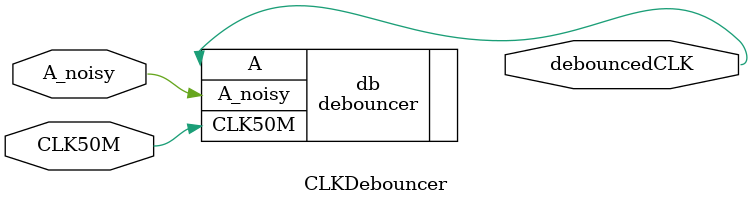
<source format=sv>
module CLKDebouncer(
  input logic A_noisy, CLK50M,
  output logic debouncedCLK
);

  
  debouncer db(.A_noisy(A_noisy),	// noisy clock input to debouncer
					 .CLK50M(CLK50M),		// Actually taking the 50 Megahurtz (helps with button push)
					 .A(debouncedCLK)	// output of debouncer is debounced clock
	);
	
endmodule 
</source>
